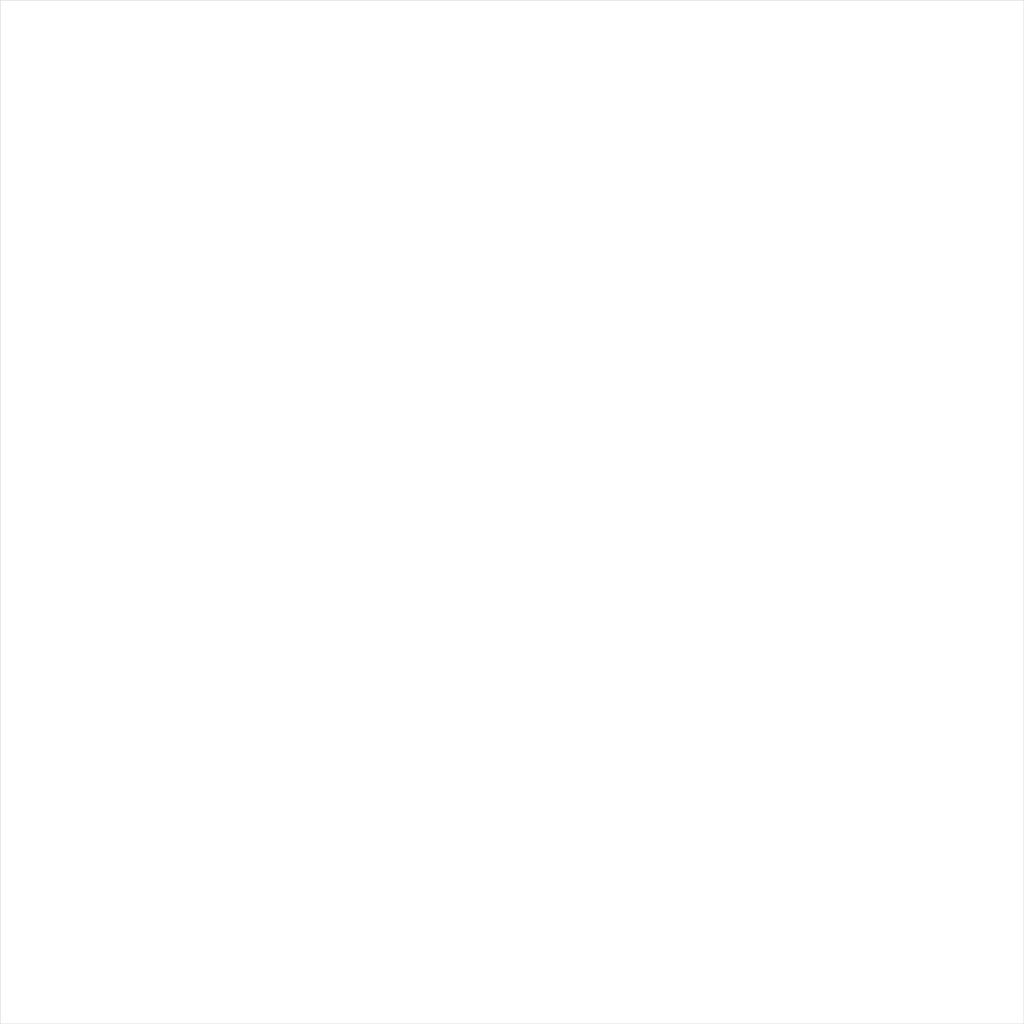
<source format=kicad_pcb>
(kicad_pcb
	(version 20240108)
	(generator "pcbnew")
	(generator_version "8.0")
	(general
		(thickness 1.6)
		(legacy_teardrops no)
	)
	(paper "A4")
	(layers
		(0 "F.Cu" signal)
		(31 "B.Cu" signal)
		(32 "B.Adhes" user "B.Adhesive")
		(33 "F.Adhes" user "F.Adhesive")
		(34 "B.Paste" user)
		(35 "F.Paste" user)
		(36 "B.SilkS" user "B.Silkscreen")
		(37 "F.SilkS" user "F.Silkscreen")
		(38 "B.Mask" user)
		(39 "F.Mask" user)
		(40 "Dwgs.User" user "User.Drawings")
		(41 "Cmts.User" user "User.Comments")
		(42 "Eco1.User" user "User.Eco1")
		(43 "Eco2.User" user "User.Eco2")
		(44 "Edge.Cuts" user)
		(45 "Margin" user)
		(46 "B.CrtYd" user "B.Courtyard")
		(47 "F.CrtYd" user "F.Courtyard")
		(48 "B.Fab" user)
		(49 "F.Fab" user)
		(50 "User.1" user)
		(51 "User.2" user)
		(52 "User.3" user)
		(53 "User.4" user)
		(54 "User.5" user)
		(55 "User.6" user)
		(56 "User.7" user)
		(57 "User.8" user)
		(58 "User.9" user)
	)
	(setup
		(pad_to_mask_clearance 0)
		(allow_soldermask_bridges_in_footprints no)
		(pcbplotparams
			(layerselection 0x00010fc_ffffffff)
			(plot_on_all_layers_selection 0x0000000_00000000)
			(disableapertmacros no)
			(usegerberextensions no)
			(usegerberattributes yes)
			(usegerberadvancedattributes yes)
			(creategerberjobfile yes)
			(dashed_line_dash_ratio 12.000000)
			(dashed_line_gap_ratio 3.000000)
			(svgprecision 4)
			(plotframeref no)
			(viasonmask no)
			(mode 1)
			(useauxorigin no)
			(hpglpennumber 1)
			(hpglpenspeed 20)
			(hpglpendiameter 15.000000)
			(pdf_front_fp_property_popups yes)
			(pdf_back_fp_property_popups yes)
			(dxfpolygonmode yes)
			(dxfimperialunits yes)
			(dxfusepcbnewfont yes)
			(psnegative no)
			(psa4output no)
			(plotreference yes)
			(plotvalue yes)
			(plotfptext yes)
			(plotinvisibletext no)
			(sketchpadsonfab no)
			(subtractmaskfromsilk no)
			(outputformat 1)
			(mirror no)
			(drillshape 1)
			(scaleselection 1)
			(outputdirectory "")
		)
	)
	(net 0 "")
	(gr_rect
		(start 138.5 41)
		(end 237.5 140)
		(locked yes)
		(stroke
			(width 0.05)
			(type default)
		)
		(fill none)
		(layer "Edge.Cuts")
		(uuid "9f8dbf2b-e333-4d67-8108-0761ac202870")
	)
)

</source>
